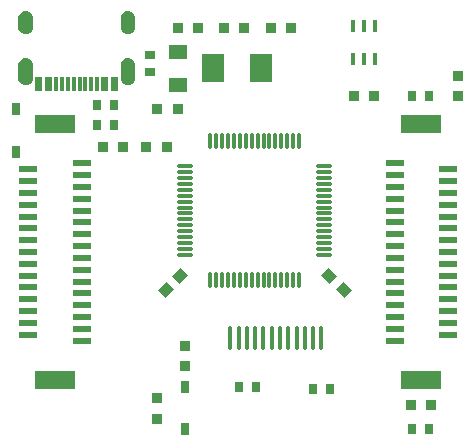
<source format=gbp>
G04*
G04 #@! TF.GenerationSoftware,Altium Limited,Altium Designer,21.2.1 (34)*
G04*
G04 Layer_Color=128*
%FSLAX25Y25*%
%MOIN*%
G70*
G04*
G04 #@! TF.SameCoordinates,2553E21A-E740-48D2-A68A-D9BBB884D7A6*
G04*
G04*
G04 #@! TF.FilePolarity,Positive*
G04*
G01*
G75*
%ADD21R,0.03150X0.03347*%
%ADD22R,0.03800X0.03500*%
%ADD50R,0.02360X0.04530*%
%ADD51R,0.01180X0.04530*%
%ADD52R,0.03347X0.03150*%
%ADD53R,0.13386X0.05906*%
%ADD54R,0.05906X0.02362*%
%ADD55R,0.03500X0.03800*%
%ADD56R,0.01772X0.03937*%
G04:AMPARAMS|DCode=57|XSize=38mil|YSize=35mil|CornerRadius=0mil|HoleSize=0mil|Usage=FLASHONLY|Rotation=45.000|XOffset=0mil|YOffset=0mil|HoleType=Round|Shape=Rectangle|*
%AMROTATEDRECTD57*
4,1,4,-0.00106,-0.02581,-0.02581,-0.00106,0.00106,0.02581,0.02581,0.00106,-0.00106,-0.02581,0.0*
%
%ADD57ROTATEDRECTD57*%

%ADD58R,0.02953X0.03937*%
%ADD59O,0.01181X0.05512*%
%ADD60O,0.05512X0.01181*%
%ADD61O,0.01575X0.07874*%
G04:AMPARAMS|DCode=62|XSize=38mil|YSize=35mil|CornerRadius=0mil|HoleSize=0mil|Usage=FLASHONLY|Rotation=315.000|XOffset=0mil|YOffset=0mil|HoleType=Round|Shape=Rectangle|*
%AMROTATEDRECTD62*
4,1,4,-0.02581,0.00106,-0.00106,0.02581,0.02581,-0.00106,0.00106,-0.02581,-0.02581,0.00106,0.0*
%
%ADD62ROTATEDRECTD62*%

%ADD63R,0.07480X0.09450*%
%ADD64R,0.05906X0.04724*%
G36*
X334268Y311856D02*
X335448D01*
Y316386D01*
X334268D01*
Y311856D01*
D01*
D02*
G37*
G36*
X332298Y311866D02*
X333478D01*
Y316386D01*
X332298D01*
Y311866D01*
D01*
D02*
G37*
G36*
X338208Y311856D02*
X339388D01*
Y316386D01*
X338208D01*
Y311856D01*
D01*
D02*
G37*
G36*
X336238Y311866D02*
X337418D01*
Y316396D01*
X336238D01*
Y311866D01*
D01*
D02*
G37*
G36*
X325998Y311876D02*
X328368D01*
Y316406D01*
X325998D01*
Y311876D01*
D01*
D02*
G37*
G36*
X329148D02*
X331508D01*
Y316406D01*
X329148D01*
Y311876D01*
D01*
D02*
G37*
G36*
X320408Y316106D02*
Y315635D01*
X320768Y314766D01*
X321433Y314101D01*
X322302Y313741D01*
X323243D01*
X324112Y314101D01*
X324778Y314766D01*
X325138Y315635D01*
Y316106D01*
D01*
Y320436D01*
Y320906D01*
X324778Y321775D01*
X324112Y322441D01*
X323243Y322801D01*
X322302D01*
X321433Y322441D01*
X320768Y321775D01*
X320408Y320906D01*
Y320436D01*
D01*
Y316106D01*
D01*
D02*
G37*
G36*
Y333036D02*
Y332565D01*
X320768Y331696D01*
X321433Y331031D01*
X322302Y330671D01*
X323243D01*
X324112Y331031D01*
X324778Y331696D01*
X325138Y332565D01*
Y333036D01*
D01*
Y336186D01*
Y336656D01*
X324778Y337525D01*
X324112Y338191D01*
X323243Y338551D01*
X322302D01*
X321433Y338191D01*
X320768Y337525D01*
X320408Y336656D01*
Y336186D01*
D01*
Y333036D01*
D01*
D02*
G37*
G36*
X358124Y338186D02*
X358788Y337522D01*
X359148Y336655D01*
Y336186D01*
Y333036D01*
Y332566D01*
X358788Y331699D01*
X358124Y331035D01*
X357257Y330676D01*
X356318D01*
X355451Y331035D01*
X354787Y331699D01*
X354428Y332566D01*
Y333036D01*
Y336186D01*
Y336655D01*
X354787Y337522D01*
X355451Y338186D01*
X356318Y338546D01*
X357257D01*
X358124Y338186D01*
D02*
G37*
G36*
Y322436D02*
X358788Y321772D01*
X359148Y320905D01*
Y320436D01*
Y316106D01*
Y315636D01*
X358788Y314769D01*
X358124Y314105D01*
X357257Y313746D01*
X356318D01*
X355451Y314105D01*
X354787Y314769D01*
X354428Y315636D01*
Y316106D01*
Y320436D01*
Y320905D01*
X354787Y321772D01*
X355451Y322436D01*
X356318Y322796D01*
X357257D01*
X358124Y322436D01*
D02*
G37*
G36*
X345288Y311866D02*
X344108D01*
Y316386D01*
X345288D01*
Y311866D01*
D02*
G37*
G36*
X341358D02*
X340178D01*
Y316396D01*
X341358D01*
Y311866D01*
D02*
G37*
G36*
X353558Y311856D02*
X351198D01*
Y316386D01*
X353558D01*
Y311856D01*
D02*
G37*
G36*
X350408D02*
X348048D01*
Y316386D01*
X350408D01*
Y311856D01*
D02*
G37*
G36*
X347258D02*
X346078D01*
Y316386D01*
X347258D01*
Y311856D01*
D02*
G37*
G36*
X343328D02*
X342138D01*
Y316386D01*
X343328D01*
Y311856D01*
D02*
G37*
D21*
X451626Y199000D02*
D03*
X457374D02*
D03*
X346626Y307000D02*
D03*
X352374D02*
D03*
X451626Y310000D02*
D03*
X457374D02*
D03*
X352374Y300500D02*
D03*
X346626D02*
D03*
X399563Y213173D02*
D03*
X393815D02*
D03*
X424366Y212563D02*
D03*
X418618D02*
D03*
D22*
X432100Y310000D02*
D03*
X439000D02*
D03*
X348500Y293000D02*
D03*
X355400D02*
D03*
X404477Y332863D02*
D03*
X411377D02*
D03*
X458000Y207000D02*
D03*
X451100D02*
D03*
X369900Y293000D02*
D03*
X363000D02*
D03*
X395737Y332863D02*
D03*
X388837Y332863D02*
D03*
X380362D02*
D03*
X373462D02*
D03*
X366562Y305859D02*
D03*
X373462Y305859D02*
D03*
D50*
X352378Y314126D02*
D03*
X349228D02*
D03*
X330328Y314136D02*
D03*
X327178D02*
D03*
D51*
X346668Y314126D02*
D03*
X344698D02*
D03*
X342728D02*
D03*
X340758D02*
D03*
X338798D02*
D03*
X336828D02*
D03*
X334858Y314116D02*
D03*
X332888Y314126D02*
D03*
D52*
X364300Y318226D02*
D03*
Y323974D02*
D03*
D53*
X332611Y300875D02*
D03*
Y215442D02*
D03*
X454657Y300874D02*
D03*
Y215441D02*
D03*
D54*
X341469Y228630D02*
D03*
X323752Y230599D02*
D03*
X341469Y232568D02*
D03*
X323752Y234536D02*
D03*
X341469Y236505D02*
D03*
X323752Y238473D02*
D03*
X341469Y240441D02*
D03*
X323752Y242410D02*
D03*
X341469Y244378D02*
D03*
X323752Y246347D02*
D03*
X341469Y248316D02*
D03*
X323752Y250284D02*
D03*
X341469Y252253D02*
D03*
X323752Y254221D02*
D03*
X341469Y256190D02*
D03*
X323752Y258158D02*
D03*
X341469Y260127D02*
D03*
X323752Y262095D02*
D03*
X341469Y264064D02*
D03*
X323752Y266032D02*
D03*
X341469Y268001D02*
D03*
X323752Y269969D02*
D03*
X341469Y271938D02*
D03*
X323752Y273906D02*
D03*
X341469Y275875D02*
D03*
X323752Y277843D02*
D03*
X341469Y279812D02*
D03*
X323752Y281780D02*
D03*
X341469Y283749D02*
D03*
X323752Y285717D02*
D03*
X341469Y287686D02*
D03*
X445799Y228630D02*
D03*
X463515Y230598D02*
D03*
X445799Y232567D02*
D03*
X463515Y234535D02*
D03*
X445799Y236504D02*
D03*
X463515Y238472D02*
D03*
X445799Y240441D02*
D03*
X463515Y242409D02*
D03*
X445799Y244378D02*
D03*
X463515Y246346D02*
D03*
X445799Y248315D02*
D03*
X463515Y250283D02*
D03*
X445799Y252252D02*
D03*
X463515Y254220D02*
D03*
X445799Y256189D02*
D03*
X463515Y258157D02*
D03*
X445799Y260126D02*
D03*
X463515Y262094D02*
D03*
X445799Y264063D02*
D03*
X463515Y266031D02*
D03*
X445799Y268000D02*
D03*
X463515Y269968D02*
D03*
X445799Y271937D02*
D03*
X463515Y273905D02*
D03*
X445799Y275874D02*
D03*
X463515Y277842D02*
D03*
X445799Y279811D02*
D03*
X463515Y281779D02*
D03*
X445799Y283748D02*
D03*
X463515Y285716D02*
D03*
X445799Y287685D02*
D03*
D55*
X366500Y202500D02*
D03*
Y209400D02*
D03*
X467000Y316900D02*
D03*
Y310000D02*
D03*
X376000Y226900D02*
D03*
Y220000D02*
D03*
D56*
X431860Y333500D02*
D03*
X435600Y333500D02*
D03*
X439340Y333500D02*
D03*
X439340Y322500D02*
D03*
X435600D02*
D03*
X431860D02*
D03*
D57*
X369516Y245382D02*
D03*
X374395Y250262D02*
D03*
D58*
X319500Y291500D02*
D03*
Y305673D02*
D03*
X376000Y199000D02*
D03*
Y213173D02*
D03*
D59*
X384395Y295218D02*
D03*
X386363D02*
D03*
X388332D02*
D03*
X390300D02*
D03*
X392269D02*
D03*
X394237D02*
D03*
X396206D02*
D03*
X398174D02*
D03*
X400143D02*
D03*
X402111D02*
D03*
X404080D02*
D03*
X406048D02*
D03*
X408017D02*
D03*
X409985D02*
D03*
X411954Y295218D02*
D03*
X413922D02*
D03*
X413922Y248762D02*
D03*
X411954D02*
D03*
X409985Y248762D02*
D03*
X408017Y248762D02*
D03*
X406048Y248762D02*
D03*
X404080D02*
D03*
X402111D02*
D03*
X400143D02*
D03*
X398174D02*
D03*
X396206D02*
D03*
X394237D02*
D03*
X392269D02*
D03*
X390300D02*
D03*
X388332D02*
D03*
X386363D02*
D03*
X384395D02*
D03*
D60*
X422387Y286754D02*
D03*
Y284785D02*
D03*
Y282817D02*
D03*
X422387Y280848D02*
D03*
X422387Y278880D02*
D03*
Y276911D02*
D03*
X422387Y274943D02*
D03*
Y272974D02*
D03*
Y271006D02*
D03*
Y269037D02*
D03*
Y267069D02*
D03*
Y265100D02*
D03*
X422387Y263132D02*
D03*
X422387Y261163D02*
D03*
X422387Y259195D02*
D03*
Y257226D02*
D03*
X375930D02*
D03*
Y259195D02*
D03*
Y261163D02*
D03*
X375930Y263132D02*
D03*
X375930Y265100D02*
D03*
Y267069D02*
D03*
Y269037D02*
D03*
Y271006D02*
D03*
Y272974D02*
D03*
Y274943D02*
D03*
Y276911D02*
D03*
Y278880D02*
D03*
X375930Y280848D02*
D03*
X375930Y282817D02*
D03*
X375930Y284785D02*
D03*
Y286754D02*
D03*
D61*
X404839Y229338D02*
D03*
X396571D02*
D03*
X413106D02*
D03*
X421374D02*
D03*
X393815D02*
D03*
X391059D02*
D03*
X402083D02*
D03*
X399327D02*
D03*
X410350D02*
D03*
X407594D02*
D03*
X415862D02*
D03*
X418618D02*
D03*
D62*
X428801Y245382D02*
D03*
X423922Y250262D02*
D03*
D63*
X401323Y319384D02*
D03*
X385183Y319384D02*
D03*
D64*
X373462Y324873D02*
D03*
X373462Y313849D02*
D03*
M02*

</source>
